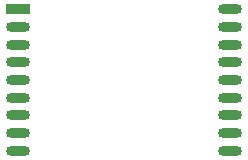
<source format=gbr>
G04 #@! TF.FileFunction,Paste,Top*
%FSLAX46Y46*%
G04 Gerber Fmt 4.6, Leading zero omitted, Abs format (unit mm)*
G04 Created by KiCad (PCBNEW 4.0.0-rc1-stable) date 12/10/2015 23:54:29*
%MOMM*%
G01*
G04 APERTURE LIST*
%ADD10C,0.100000*%
%ADD11O,2.000000X0.900000*%
%ADD12R,2.000000X0.900000*%
G04 APERTURE END LIST*
D10*
D11*
X131500000Y-76250000D03*
X113500000Y-76250000D03*
D12*
X113500000Y-64250000D03*
D11*
X113500000Y-65750000D03*
X113500000Y-67250000D03*
X113500000Y-68750000D03*
X113500000Y-70250000D03*
X113500000Y-71750000D03*
X113500000Y-73250000D03*
X113500000Y-74750000D03*
X131500000Y-74750000D03*
X131500000Y-73250000D03*
X131500000Y-71750000D03*
X131500000Y-70250000D03*
X131500000Y-68750000D03*
X131500000Y-67250000D03*
X131500000Y-65750000D03*
X131500000Y-64250000D03*
M02*

</source>
